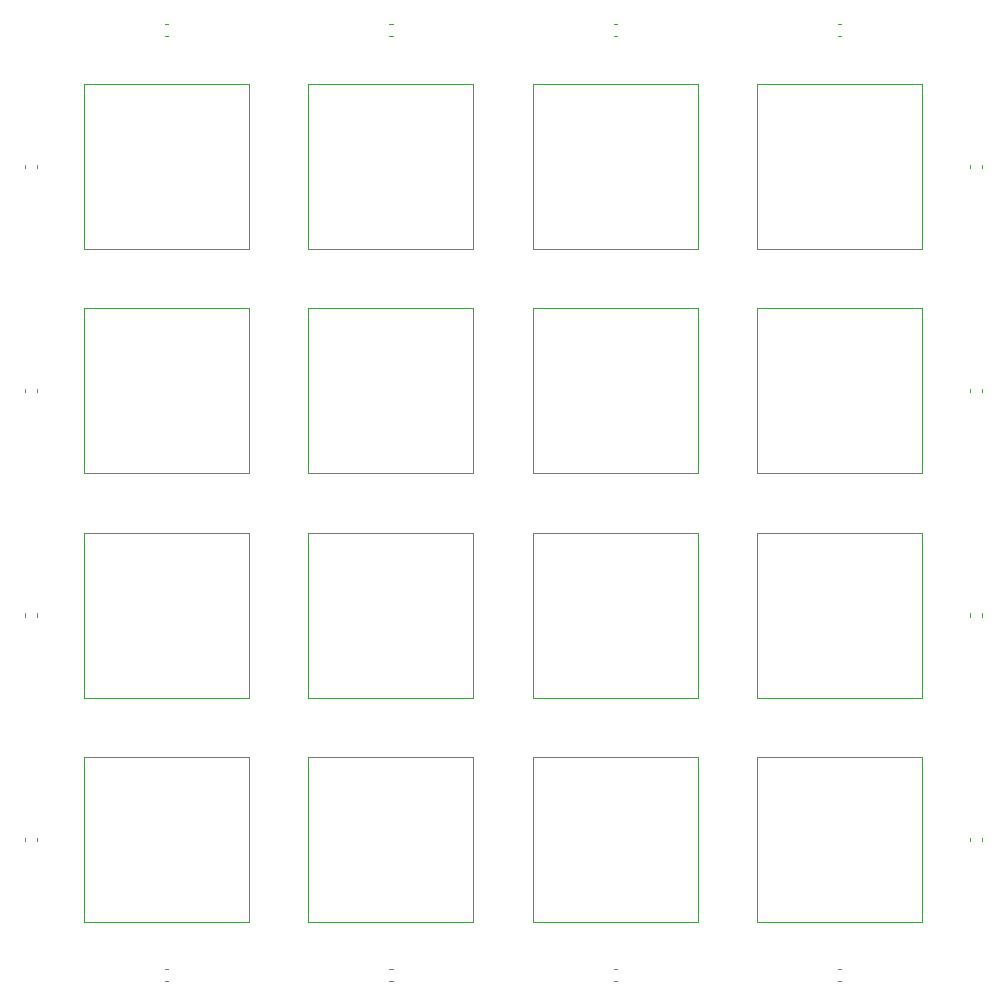
<source format=gto>
%TF.GenerationSoftware,KiCad,Pcbnew,5.1.9+dfsg1-1+deb11u1*%
%TF.CreationDate,2023-10-17T21:29:52+02:00*%
%TF.ProjectId,pcb,7063622e-6b69-4636-9164-5f7063625858,rev?*%
%TF.SameCoordinates,Original*%
%TF.FileFunction,Legend,Top*%
%TF.FilePolarity,Positive*%
%FSLAX46Y46*%
G04 Gerber Fmt 4.6, Leading zero omitted, Abs format (unit mm)*
G04 Created by KiCad (PCBNEW 5.1.9+dfsg1-1+deb11u1) date 2023-10-17 21:29:52*
%MOMM*%
%LPD*%
G01*
G04 APERTURE LIST*
%ADD10C,0.120000*%
G04 APERTURE END LIST*
D10*
%TO.C,SW2*%
X-35485000Y35485000D02*
X-21515000Y35485000D01*
X-21515000Y35485000D02*
X-21515000Y21515000D01*
X-21515000Y21515000D02*
X-35485000Y21515000D01*
X-35485000Y21515000D02*
X-35485000Y35485000D01*
%TO.C,SW3*%
X-35485000Y16485000D02*
X-21515000Y16485000D01*
X-21515000Y16485000D02*
X-21515000Y2515000D01*
X-21515000Y2515000D02*
X-35485000Y2515000D01*
X-35485000Y2515000D02*
X-35485000Y16485000D01*
%TO.C,SW4*%
X-35485000Y-16485000D02*
X-35485000Y-2515000D01*
X-21515000Y-16485000D02*
X-35485000Y-16485000D01*
X-21515000Y-2515000D02*
X-21515000Y-16485000D01*
X-35485000Y-2515000D02*
X-21515000Y-2515000D01*
%TO.C,SW5*%
X-35485000Y-35485000D02*
X-35485000Y-21515000D01*
X-21515000Y-35485000D02*
X-35485000Y-35485000D01*
X-21515000Y-21515000D02*
X-21515000Y-35485000D01*
X-35485000Y-21515000D02*
X-21515000Y-21515000D01*
%TO.C,SW6*%
X-16485000Y35485000D02*
X-2515000Y35485000D01*
X-2515000Y35485000D02*
X-2515000Y21515000D01*
X-2515000Y21515000D02*
X-16485000Y21515000D01*
X-16485000Y21515000D02*
X-16485000Y35485000D01*
%TO.C,SW7*%
X-16485000Y16485000D02*
X-2515000Y16485000D01*
X-2515000Y16485000D02*
X-2515000Y2515000D01*
X-2515000Y2515000D02*
X-16485000Y2515000D01*
X-16485000Y2515000D02*
X-16485000Y16485000D01*
%TO.C,SW8*%
X-16485000Y-16485000D02*
X-16485000Y-2515000D01*
X-2515000Y-16485000D02*
X-16485000Y-16485000D01*
X-2515000Y-2515000D02*
X-2515000Y-16485000D01*
X-16485000Y-2515000D02*
X-2515000Y-2515000D01*
%TO.C,SW9*%
X-16485000Y-35485000D02*
X-16485000Y-21515000D01*
X-2515000Y-35485000D02*
X-16485000Y-35485000D01*
X-2515000Y-21515000D02*
X-2515000Y-35485000D01*
X-16485000Y-21515000D02*
X-2515000Y-21515000D01*
%TO.C,SW10*%
X2515000Y21515000D02*
X2515000Y35485000D01*
X16485000Y21515000D02*
X2515000Y21515000D01*
X16485000Y35485000D02*
X16485000Y21515000D01*
X2515000Y35485000D02*
X16485000Y35485000D01*
%TO.C,SW11*%
X2515000Y16485000D02*
X16485000Y16485000D01*
X16485000Y16485000D02*
X16485000Y2515000D01*
X16485000Y2515000D02*
X2515000Y2515000D01*
X2515000Y2515000D02*
X2515000Y16485000D01*
%TO.C,SW12*%
X2515000Y-16485000D02*
X2515000Y-2515000D01*
X16485000Y-16485000D02*
X2515000Y-16485000D01*
X16485000Y-2515000D02*
X16485000Y-16485000D01*
X2515000Y-2515000D02*
X16485000Y-2515000D01*
%TO.C,SW13*%
X2515000Y-21515000D02*
X16485000Y-21515000D01*
X16485000Y-21515000D02*
X16485000Y-35485000D01*
X16485000Y-35485000D02*
X2515000Y-35485000D01*
X2515000Y-35485000D02*
X2515000Y-21515000D01*
%TO.C,SW14*%
X21515000Y35485000D02*
X35485000Y35485000D01*
X35485000Y35485000D02*
X35485000Y21515000D01*
X35485000Y21515000D02*
X21515000Y21515000D01*
X21515000Y21515000D02*
X21515000Y35485000D01*
%TO.C,SW15*%
X21515000Y2515000D02*
X21515000Y16485000D01*
X35485000Y2515000D02*
X21515000Y2515000D01*
X35485000Y16485000D02*
X35485000Y2515000D01*
X21515000Y16485000D02*
X35485000Y16485000D01*
%TO.C,SW16*%
X21515000Y-16485000D02*
X21515000Y-2515000D01*
X35485000Y-16485000D02*
X21515000Y-16485000D01*
X35485000Y-2515000D02*
X35485000Y-16485000D01*
X21515000Y-2515000D02*
X35485000Y-2515000D01*
%TO.C,SW17*%
X21515000Y-21515000D02*
X35485000Y-21515000D01*
X35485000Y-21515000D02*
X35485000Y-35485000D01*
X35485000Y-35485000D02*
X21515000Y-35485000D01*
X21515000Y-35485000D02*
X21515000Y-21515000D01*
%TO.C,C2*%
X40510000Y-9640580D02*
X40510000Y-9359420D01*
X39490000Y-9640580D02*
X39490000Y-9359420D01*
%TO.C,C5*%
X-9359420Y39490000D02*
X-9640580Y39490000D01*
X-9359420Y40510000D02*
X-9640580Y40510000D01*
%TO.C,C7*%
X9359420Y-40510000D02*
X9640580Y-40510000D01*
X9359420Y-39490000D02*
X9640580Y-39490000D01*
%TO.C,C11*%
X28359420Y-40510000D02*
X28640580Y-40510000D01*
X28359420Y-39490000D02*
X28640580Y-39490000D01*
%TO.C,C12*%
X39490000Y28359420D02*
X39490000Y28640580D01*
X40510000Y28359420D02*
X40510000Y28640580D01*
%TO.C,C13*%
X39490000Y9359420D02*
X39490000Y9640580D01*
X40510000Y9359420D02*
X40510000Y9640580D01*
%TO.C,C14*%
X-9640580Y-39490000D02*
X-9359420Y-39490000D01*
X-9640580Y-40510000D02*
X-9359420Y-40510000D01*
%TO.C,C15*%
X-28640580Y-39490000D02*
X-28359420Y-39490000D01*
X-28640580Y-40510000D02*
X-28359420Y-40510000D01*
%TO.C,C16*%
X-40510000Y-9359420D02*
X-40510000Y-9640580D01*
X-39490000Y-9359420D02*
X-39490000Y-9640580D01*
%TO.C,C17*%
X40510000Y-28640580D02*
X40510000Y-28359420D01*
X39490000Y-28640580D02*
X39490000Y-28359420D01*
%TO.C,C18*%
X-39490000Y9640580D02*
X-39490000Y9359420D01*
X-40510000Y9640580D02*
X-40510000Y9359420D01*
%TO.C,C19*%
X-28359420Y39490000D02*
X-28640580Y39490000D01*
X-28359420Y40510000D02*
X-28640580Y40510000D01*
%TO.C,C20*%
X-40510000Y-28359420D02*
X-40510000Y-28640580D01*
X-39490000Y-28359420D02*
X-39490000Y-28640580D01*
%TO.C,C21*%
X9640580Y39490000D02*
X9359420Y39490000D01*
X9640580Y40510000D02*
X9359420Y40510000D01*
%TO.C,C22*%
X-40510000Y28640580D02*
X-40510000Y28359420D01*
X-39490000Y28640580D02*
X-39490000Y28359420D01*
%TO.C,C23*%
X28640580Y40510000D02*
X28359420Y40510000D01*
X28640580Y39490000D02*
X28359420Y39490000D01*
%TD*%
M02*

</source>
